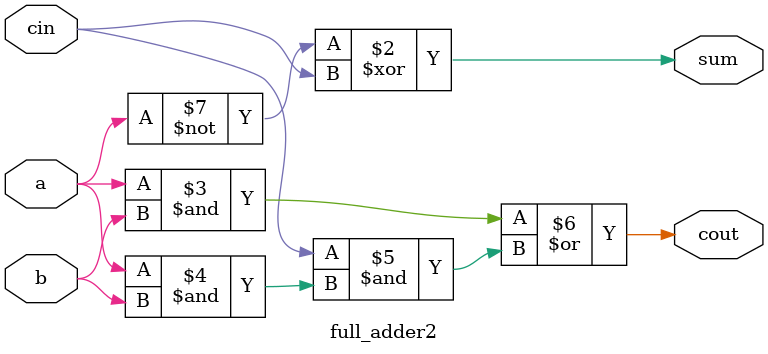
<source format=v>
module full_adder2(a,b,cin,sum,cout);
input a,b,cin;
output sum,cout;
assign sum = a^1'b1^cin;
assign cout = a&b|cin&(a&b); 
// initial begin
//     $display("The incorrect adder with xor0 having in2/1");
// end   
endmodule
</source>
